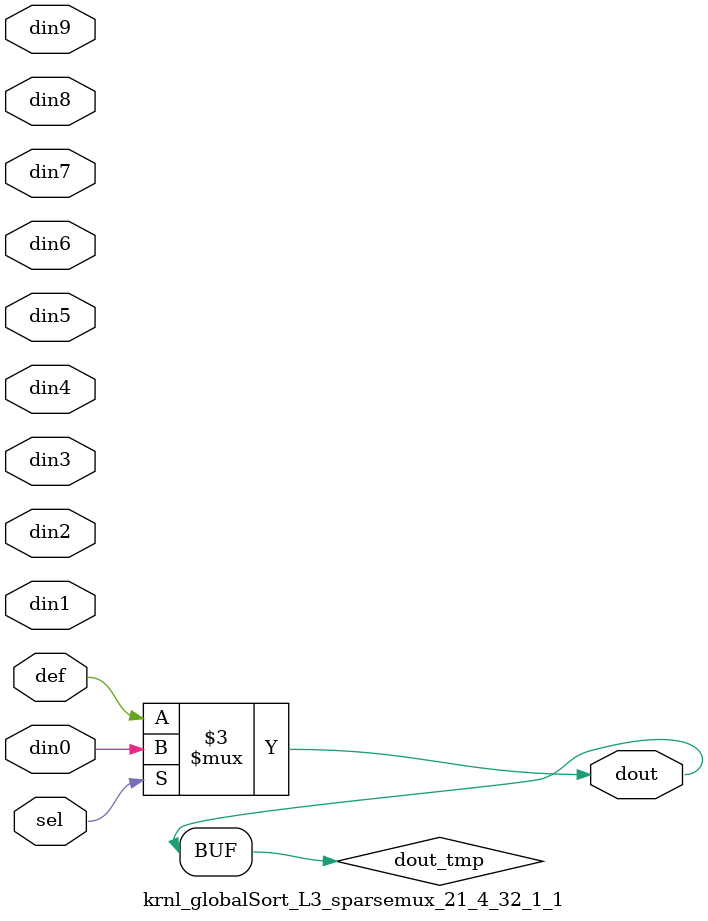
<source format=v>
`timescale 1 ns / 1 ps
module krnl_globalSort_L3_sparsemux_21_4_32_1_1 (din0,din1,din2,din3,din4,din5,din6,din7,din8,din9,def,sel,dout);
parameter din0_WIDTH = 1;
parameter din1_WIDTH = 1;
parameter din2_WIDTH = 1;
parameter din3_WIDTH = 1;
parameter din4_WIDTH = 1;
parameter din5_WIDTH = 1;
parameter din6_WIDTH = 1;
parameter din7_WIDTH = 1;
parameter din8_WIDTH = 1;
parameter din9_WIDTH = 1;
parameter def_WIDTH = 1;
parameter sel_WIDTH = 1;
parameter dout_WIDTH = 1;
parameter [sel_WIDTH-1:0] CASE0 = 1;
parameter [sel_WIDTH-1:0] CASE1 = 1;
parameter [sel_WIDTH-1:0] CASE2 = 1;
parameter [sel_WIDTH-1:0] CASE3 = 1;
parameter [sel_WIDTH-1:0] CASE4 = 1;
parameter [sel_WIDTH-1:0] CASE5 = 1;
parameter [sel_WIDTH-1:0] CASE6 = 1;
parameter [sel_WIDTH-1:0] CASE7 = 1;
parameter [sel_WIDTH-1:0] CASE8 = 1;
parameter [sel_WIDTH-1:0] CASE9 = 1;
parameter ID = 1;
parameter NUM_STAGE = 1;
input [din0_WIDTH-1:0] din0;
input [din1_WIDTH-1:0] din1;
input [din2_WIDTH-1:0] din2;
input [din3_WIDTH-1:0] din3;
input [din4_WIDTH-1:0] din4;
input [din5_WIDTH-1:0] din5;
input [din6_WIDTH-1:0] din6;
input [din7_WIDTH-1:0] din7;
input [din8_WIDTH-1:0] din8;
input [din9_WIDTH-1:0] din9;
input [def_WIDTH-1:0] def;
input [sel_WIDTH-1:0] sel;
output [dout_WIDTH-1:0] dout;
reg [dout_WIDTH-1:0] dout_tmp;
always @ (*) begin
case (sel)
    
    CASE0 : dout_tmp = din0;
    
    CASE1 : dout_tmp = din1;
    
    CASE2 : dout_tmp = din2;
    
    CASE3 : dout_tmp = din3;
    
    CASE4 : dout_tmp = din4;
    
    CASE5 : dout_tmp = din5;
    
    CASE6 : dout_tmp = din6;
    
    CASE7 : dout_tmp = din7;
    
    CASE8 : dout_tmp = din8;
    
    CASE9 : dout_tmp = din9;
    
    default : dout_tmp = def;
endcase
end
assign dout = dout_tmp;
endmodule
</source>
